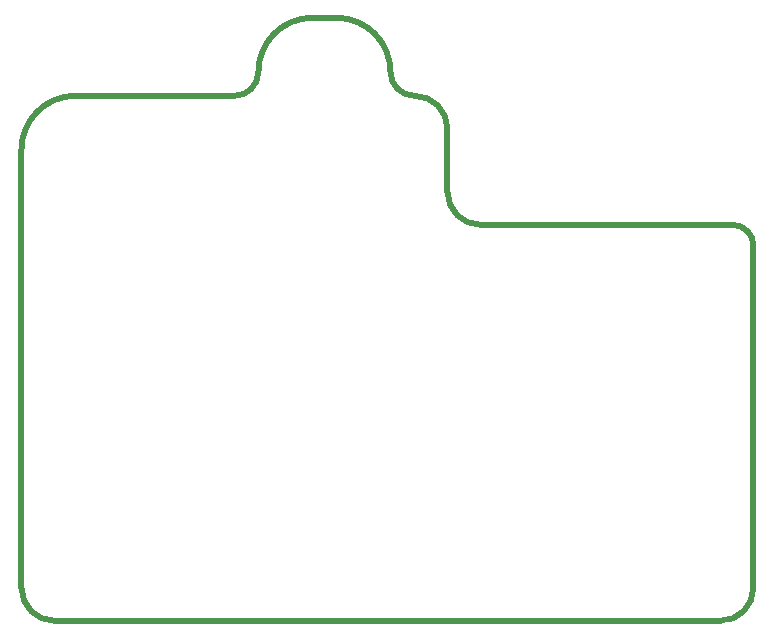
<source format=gbr>
G04 start of page 4 for group 6 idx 6 *
G04 Title: (unknown), outline *
G04 Creator: pcb 20110918 *
G04 CreationDate: Mon Sep 15 22:10:26 2014 UTC *
G04 For: fosse *
G04 Format: Gerber/RS-274X *
G04 PCB-Dimensions: 375000 325000 *
G04 PCB-Coordinate-Origin: lower left *
%MOIN*%
%FSLAX25Y25*%
%LNOUTLINE*%
%ADD164C,0.0200*%
G54D164*X146444Y283775D02*Y262775D01*
X4444Y276775D02*Y130775D01*
X75444Y294775D02*X22444D01*
X101444Y320775D02*X110444D01*
X248444Y130775D02*Y244775D01*
X157444Y251775D02*X241444D01*
X15444Y119775D02*X237444D01*
X4444Y130775D02*G75*G03X15444Y119775I11000J0D01*G01*
X22444Y294775D02*G75*G03X4444Y276775I0J-18000D01*G01*
X237444Y119775D02*G75*G03X248444Y130775I0J11000D01*G01*
X241444Y251775D02*G75*G02X248444Y244775I0J-7000D01*G01*
X83444Y302775D02*G75*G02X75444Y294775I-8000J0D01*G01*
X101444Y320775D02*G75*G03X83444Y302775I0J-18000D01*G01*
X146444Y262775D02*G75*G03X157444Y251775I11000J0D01*G01*
X135444Y294775D02*G75*G02X146444Y283775I0J-11000D01*G01*
X135444Y294775D02*G75*G02X127444Y302775I0J8000D01*G01*
X109444Y320775D02*G75*G02X127444Y302775I0J-18000D01*G01*
M02*

</source>
